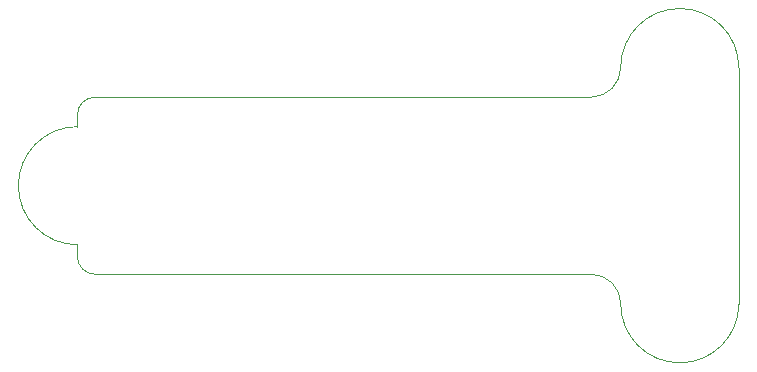
<source format=gbr>
G04 #@! TF.GenerationSoftware,KiCad,Pcbnew,5.1.10-88a1d61d58~90~ubuntu21.04.1*
G04 #@! TF.CreationDate,2021-08-24T10:00:05+02:00*
G04 #@! TF.ProjectId,Detector_SMD_Simple,44657465-6374-46f7-925f-534d445f5369,rev?*
G04 #@! TF.SameCoordinates,Original*
G04 #@! TF.FileFunction,Profile,NP*
%FSLAX46Y46*%
G04 Gerber Fmt 4.6, Leading zero omitted, Abs format (unit mm)*
G04 Created by KiCad (PCBNEW 5.1.10-88a1d61d58~90~ubuntu21.04.1) date 2021-08-24 10:00:05*
%MOMM*%
%LPD*%
G01*
G04 APERTURE LIST*
G04 #@! TA.AperFunction,Profile*
%ADD10C,0.050000*%
G04 #@! TD*
G04 APERTURE END LIST*
D10*
X55500000Y-57500000D02*
G75*
G02*
X54000000Y-56000000I0J1500000D01*
G01*
X54000000Y-44000000D02*
G75*
G02*
X55500000Y-42500000I1500000J0D01*
G01*
X100000000Y-40000000D02*
G75*
G02*
X97500000Y-42500000I-2500000J0D01*
G01*
X97500000Y-57500000D02*
G75*
G02*
X100000000Y-60000000I0J-2500000D01*
G01*
X110000000Y-60000000D02*
G75*
G02*
X100000000Y-60000000I-5000000J0D01*
G01*
X100000000Y-40000000D02*
G75*
G02*
X110000000Y-40000000I5000000J0D01*
G01*
X54000000Y-55000000D02*
G75*
G02*
X54000000Y-45000000I0J5000000D01*
G01*
X54000000Y-45000000D02*
X54000000Y-44000000D01*
X97500000Y-42500000D02*
X55500000Y-42500000D01*
X110000000Y-60000000D02*
X110000000Y-40000000D01*
X55500000Y-57500000D02*
X97500000Y-57500000D01*
X54000000Y-55000000D02*
X54000000Y-56000000D01*
M02*

</source>
